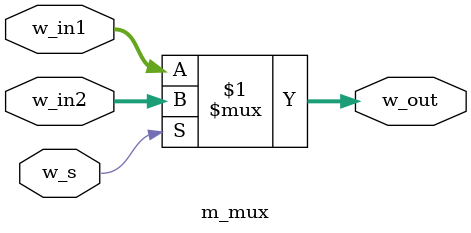
<source format=v>
module m_mux(w_in1, w_in2, w_s, w_out);
  input wire [31:0] w_in1, w_in2;
  input wire w_s;
  output wire [31:0] w_out;
  assign w_out = w_s ? w_in2 : w_in1;
endmodule

</source>
